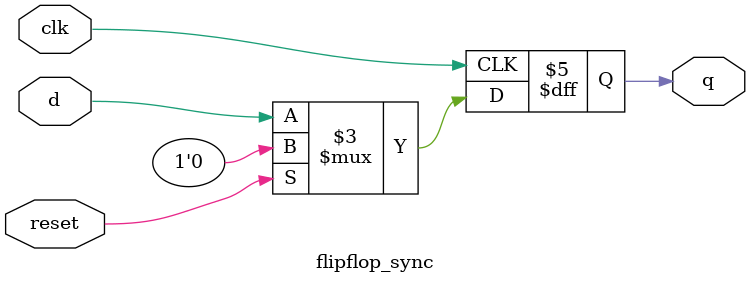
<source format=sv>
`timescale 1ns / 1ps


module flipflop_sync(input logic clk,reset,d, output logic q);
always_ff @(posedge clk)
        if(reset) 
            q <= 0;
        else 
            q <= d;
endmodule

</source>
